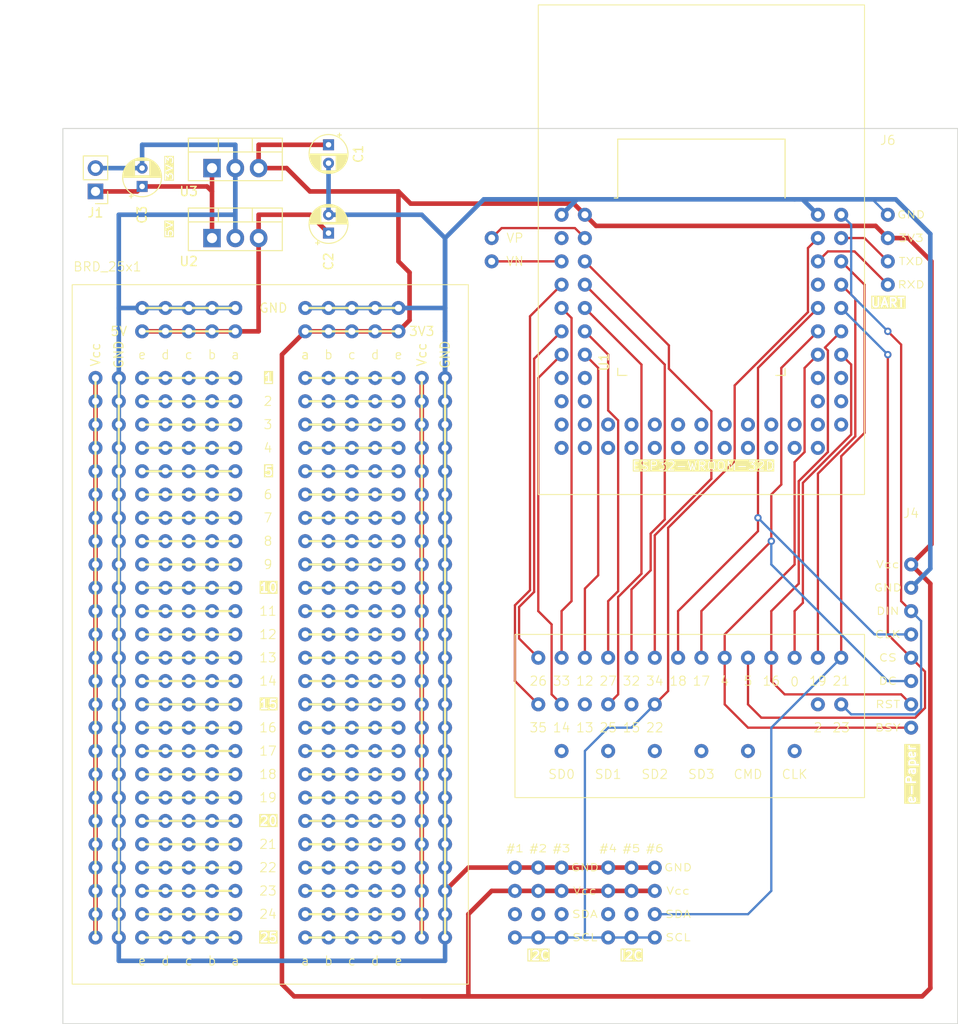
<source format=kicad_pcb>
(kicad_pcb (version 20221018) (generator pcbnew)
  (title_block (title "ESP32-WROOM-32D Automation Board") (date "2024-01-15") (rev "v1.10") (company "CEGEP Heritage College") (comment 1 "Alexander Bobkov"))
  (layers (0 "F.Cu" signal) (31 "B.Cu" signal) (34 "B.Paste" user) (35 "F.Paste" user) (36 "B.SilkS" user "B.Silkscreen") (37 "F.SilkS" user "F.Silkscreen") (38 "B.Mask" user) (39 "F.Mask" user) (44 "Edge.Cuts" user))
  (net 0 "")
  (net 1 "Net-(J1-Pin_1)")
  (net 2 "Net-(J5-IO22)")
  (net 3 "Net-(J5-IO21)")
  (net 4 "Net-(J5-IO4)")
  (net 5 "Net-(J5-IO18)")
  (net 6 "Net-(J5-IO5)")
  (net 7 "Net-(J5-IO17)")
  (net 8 "Net-(J5-IO23)")
  (net 9 "Net-(J5-IO16)")
  (net 10 "Net-(J5-IO34)")
  (net 11 "Net-(J5-IO35)")
  (net 12 "Net-(J5-IO32)")
  (net 13 "Net-(J5-IO33)")
  (net 15 "Net-(J5-IO25)")
  (net 16 "Net-(J5-IO26)")
  (net 17 "+3V3")
  (net 18 "GND")
  (net 19 "+5V")
  (net 20 "unconnected-(BRD_25x1-P-Pad1)")
  (net 21 "unconnected-(BRD_25x1-P-Pad2)")
  (net 22 "unconnected-(BRD_25x1-P-Pad3)")
  (net 23 "unconnected-(BRD_25x1-P-Pad4)")
  (net 24 "unconnected-(BRD_25x1-P-Pad5)")
  (net 25 "unconnected-(BRD_25x1-P-Pad6)")
  (net 26 "unconnected-(BRD_25x1-P-Pad7)")
  (net 27 "unconnected-(BRD_25x1-P-Pad8)")
  (net 28 "unconnected-(BRD_25x1-P-Pad9)")
  (net 29 "unconnected-(BRD_25x1-P-Pad10)")
  (net 30 "unconnected-(BRD_25x1-P-Pad15)")
  (net 31 "unconnected-(BRD_25x1-P-Pad20)")
  (net 32 "unconnected-(BRD_25x1-P-Pad25)")
  (net 33 "unconnected-(BRD_25x1-P-Pad26)")
  (net 34 "unconnected-(BRD_25x1-P-Pad30)")
  (net 35 "unconnected-(BRD_25x1-P-Pad35)")
  (net 36 "unconnected-(BRD_25x1-P-Pad40)")
  (net 37 "unconnected-(BRD_25x1-P-Pad45)")
  (net 38 "unconnected-(BRD_25x1-P-Pad50)")
  (net 39 "unconnected-(BRD_25x1-Vcc-PadVCC)")
  (net 40 "Net-(J5-IO27)")
  (net 41 "Net-(J5-IO14)")
  (net 42 "Net-(J5-IO12)")
  (net 43 "Net-(J5-IO13)")
  (net 44 "Net-(J5-SD2)")
  (net 45 "Net-(J5-SD3)")
  (net 46 "Net-(J5-CMD)")
  (net 47 "Net-(J5-CLK)")
  (net 48 "Net-(J5-SD0)")
  (net 49 "Net-(J5-SD1)")
  (net 50 "Net-(J5-IO15)")
  (net 51 "Net-(J5-IO2)")
  (net 52 "Net-(J5-IO0)")
  (net 53 "Net-(J5-IO19)")
  (net 54 "Net-(J5-EN)")
  (net 55 "Net-(J7-SENSOR_VP)")
  (net 56 "Net-(J7-SENSOR_VN)")
  (net 57 "Net-(U1-RXD0{slash}IO3)")
  (net 58 "Net-(U1-TXD0{slash}IO1)")
  (footprint "Alexander Footprints Library:Conn_I2C_3" (layer "F.Cu") (at 190.5 116.84)
    (fp_text reference "J2" hide)
    (fp_text value "I2C")
  )
  (footprint "Alexander Footprints Library:BreadBoard_25x12" (layer "F.Cu") (at 124.46 137.16)
    (fp_text reference "BRD_25x1")
    (fp_text value "~")
  )
  (footprint "Package_TO_SOT_THT:TO-220-3_Vertical" (layer "F.Cu") (at 147.32 55.88)
    (fp_text reference "U2")
    (fp_text value "LM78M05")
  )
  (footprint "Alexander Footprints Library:Conn_I2C_3" (layer "F.Cu") (at 180.34 116.84)
    (fp_text reference "J3" hide)
    (fp_text value "I2C")
  )
  (footprint "Alexander Footprints Library:Conn_ePaper" (layer "F.Cu") (at 223.52 86.36)
    (fp_text reference "J4")
    (fp_text value "e-Paper")
  )
  (footprint "Alexander Footprints Library:Conn_UART" (layer "F.Cu") (at 220.98 45.72)
    (fp_text reference "J6")
    (fp_text value "UART")
  )
  (footprint "Package_TO_SOT_THT:TO-220-3_Vertical" (layer "F.Cu") (at 147.32 48.26)
    (fp_text reference "U3")
    (fp_text value "LM78M33")
  )
  (footprint "Capacitor_THT:CP_Radial_D4.0mm_P2.00mm" (layer "F.Cu") (at 139.7 50.26 90)
    (fp_text reference "C3")
    (fp_text value "10uF")
  )
  (footprint "Capacitor_THT:CP_Radial_D4.0mm_P2.00mm" (layer "F.Cu") (at 160.02 55.34 90)
    (fp_text reference "C2")
    (fp_text value "10uF")
  )
  (footprint "Alexander Footprints Library:ESP32-WROOM-32D-Interface_2" (layer "F.Cu") (at 198.12 119.38)
    (fp_text reference "J5" hide)
    (fp_text value "~" hide)
  )
  (footprint "Connector_PinHeader_2.54mm:PinHeader_1x02_P2.54mm_Vertical" (layer "F.Cu") (at 134.62 50.8 180)
    (fp_text reference "J1")
    (fp_text value "PWR")
  )
  (footprint "Capacitor_THT:CP_Radial_D4.0mm_P2.00mm" (layer "F.Cu") (at 160.02 45.72 -90)
    (fp_text reference "C1")
    (fp_text value "10uF")
  )
  (footprint "Alexander Footprints Library:ESP32_PADS_VN-VP" (layer "F.Cu") (at 177.8 63.5)
    (fp_text reference "J7" hide)
    (fp_text value "~" hide)
  )
  (footprint "Alexander Footprints Library:ESP32-WROOM-Adapter-Socket" (layer "F.Cu") (at 200.66 60.96)
    (fp_text reference "U1")
    (fp_text value "ESP32-WROOM-32D")
  )
  (gr_rect (start 131.064 43.942) (end 228.6 141.478) (stroke (width 0.1)) (fill none) (layer "Edge.Cuts"))
  (gr_text "5V" (at 142.24 54.9305 90) (layer "F.SilkS" knockout) (effects (font (size 0.75 1) (thickness 0.125)) (justify top)))
  (gr_text "3V3" (at 142.24 48.26 90) (layer "F.SilkS" knockout) (effects (font (size 0.75 1) (thickness 0.125)) (justify top)))
  (segment (start 139.16 50.8) (end 139.7 50.26) (width 0.5) (layer "F.Cu") (net 1))
  (segment (start 147.32 50.8) (end 147.32 48.26) (width 0.5) (layer "F.Cu") (net 1))
  (segment (start 146.78 50.26) (end 139.7 50.26) (width 0.5) (layer "F.Cu") (net 1))
  (segment (start 147.32 55.88) (end 147.32 50.8) (width 0.5) (layer "F.Cu") (net 1))
  (segment (start 134.62 50.8) (end 139.16 50.8) (width 0.5) (layer "F.Cu") (net 1))
  (segment (start 147.32 50.8) (end 146.78 50.26) (width 0.5) (layer "F.Cu") (net 1))
  (segment (start 212.273 63.950604) (end 212.273 56.967) (width 0.25) (layer "F.Cu") (net 2))
  (segment (start 197.033 87.447) (end 204.287 80.193) (width 0.25) (layer "F.Cu") (net 2))
  (segment (start 197.033 105.227) (end 197.033 87.447) (width 0.25) (layer "F.Cu") (net 2))
  (segment (start 212.273 56.967) (end 213.36 55.88) (width 0.25) (layer "F.Cu") (net 2))
  (segment (start 204.287 71.936604) (end 212.273 63.950604) (width 0.25) (layer "F.Cu") (net 2))
  (segment (start 195.58 106.68) (end 197.033 105.227) (width 0.25) (layer "F.Cu") (net 2))
  (segment (start 204.287 80.193) (end 204.287 71.936604) (width 0.25) (layer "F.Cu") (net 2))
  (segment (start 187.96 111.76) (end 187.96 132.08) (width 0.25) (layer "B.Cu") (net 2))
  (segment (start 193.04 109.22) (end 190.5 109.22) (width 0.25) (layer "B.Cu") (net 2))
  (segment (start 195.58 106.68) (end 193.04 109.22) (width 0.25) (layer "B.Cu") (net 2))
  (segment (start 180.34 132.08) (end 187.96 132.08) (width 0.25) (layer "B.Cu") (net 2))
  (segment (start 190.5 109.22) (end 187.96 111.76) (width 0.25) (layer "B.Cu") (net 2))
  (segment (start 187.96 132.08) (end 195.58 132.08) (width 0.25) (layer "B.Cu") (net 2))
  (segment (start 218.44 60.96) (end 215.9 58.42) (width 0.25) (layer "F.Cu") (net 3))
  (segment (start 215.9 79.646439) (end 218.44 77.106439) (width 0.25) (layer "F.Cu") (net 3))
  (segment (start 215.9 101.6) (end 215.9 79.646439) (width 0.25) (layer "F.Cu") (net 3))
  (segment (start 218.44 77.106439) (end 218.44 60.96) (width 0.25) (layer "F.Cu") (net 3))
  (segment (start 215.9 101.6) (end 208.28 109.22) (width 0.25) (layer "B.Cu") (net 3))
  (segment (start 205.74 129.54) (end 195.58 129.54) (width 0.25) (layer "B.Cu") (net 3))
  (segment (start 208.28 109.22) (end 208.28 127) (width 0.25) (layer "B.Cu") (net 3))
  (segment (start 208.28 127) (end 205.74 129.54) (width 0.25) (layer "B.Cu") (net 3))
  (segment (start 203.2 99.06) (end 210.82 91.44) (width 0.25) (layer "F.Cu") (net 4))
  (segment (start 210.82 80.277251) (end 211.907 79.190251) (width 0.25) (layer "F.Cu") (net 4))
  (segment (start 211.907 70.033) (end 213.36 68.58) (width 0.25) (layer "F.Cu") (net 4))
  (segment (start 205.74 109.22) (end 203.2 106.68) (width 0.25) (layer "F.Cu") (net 4))
  (segment (start 203.2 106.68) (end 203.2 101.6) (width 0.25) (layer "F.Cu") (net 4))
  (segment (start 210.82 91.44) (end 210.82 80.277251) (width 0.25) (layer "F.Cu") (net 4))
  (segment (start 203.2 101.6) (end 203.2 99.06) (width 0.25) (layer "F.Cu") (net 4))
  (segment (start 211.907 79.190251) (end 211.907 70.033) (width 0.25) (layer "F.Cu") (net 4))
  (segment (start 223.52 109.22) (end 205.74 109.22) (width 0.25) (layer "F.Cu") (net 4))
  (segment (start 206.827 70.033) (end 213.36 63.5) (width 0.25) (layer "F.Cu") (net 5))
  (segment (start 206.827 86.36) (end 206.827 70.033) (width 0.25) (layer "F.Cu") (net 5))
  (segment (start 206.827 87.813) (end 198.12 96.52) (width 0.25) (layer "F.Cu") (net 5))
  (segment (start 198.12 96.52) (end 198.12 101.6) (width 0.25) (layer "F.Cu") (net 5))
  (segment (start 206.827 86.36) (end 206.827 87.813) (width 0.25) (layer "F.Cu") (net 5))
  (via (at 206.827 86.36) (size 0.8) (drill 0.4) (layers "F.Cu" "B.Cu") (net 5))
  (segment (start 219.527 99.06) (end 223.52 99.06) (width 0.25) (layer "B.Cu") (net 5))
  (segment (start 206.827 86.36) (end 219.527 99.06) (width 0.25) (layer "B.Cu") (net 5))
  (segment (start 223.970251 108.133) (end 225.035 107.068251) (width 0.25) (layer "F.Cu") (net 6))
  (segment (start 223.52 101.6) (end 220.98 99.06) (width 0.25) (layer "F.Cu") (net 6))
  (segment (start 225.035 107.068251) (end 225.035 103.115) (width 0.25) (layer "F.Cu") (net 6))
  (segment (start 205.74 101.6) (end 205.74 106.68) (width 0.25) (layer "F.Cu") (net 6))
  (segment (start 207.193 108.133) (end 223.970251 108.133) (width 0.25) (layer "F.Cu") (net 6))
  (segment (start 225.035 103.115) (end 223.52 101.6) (width 0.25) (layer "F.Cu") (net 6))
  (segment (start 220.98 99.06) (end 220.98 68.58) (width 0.25) (layer "F.Cu") (net 6))
  (segment (start 205.74 106.68) (end 207.193 108.133) (width 0.25) (layer "F.Cu") (net 6))
  (via (at 220.98 68.58) (size 0.8) (drill 0.4) (layers "F.Cu" "B.Cu") (net 6))
  (segment (start 220.98 68.58) (end 215.9 63.5) (width 0.25) (layer "B.Cu") (net 6))
  (segment (start 209.367 82.733) (end 209.367 70.033) (width 0.25) (layer "F.Cu") (net 7))
  (segment (start 208.28 88.9) (end 208.28 83.82) (width 0.25) (layer "F.Cu") (net 7))
  (segment (start 209.367 70.033) (end 213.36 66.04) (width 0.25) (layer "F.Cu") (net 7))
  (segment (start 208.28 88.9) (end 200.66 96.52) (width 0.25) (layer "F.Cu") (net 7))
  (segment (start 200.66 96.52) (end 200.66 101.6) (width 0.25) (layer "F.Cu") (net 7))
  (segment (start 208.28 83.82) (end 209.367 82.733) (width 0.25) (layer "F.Cu") (net 7))
  (via (at 208.28 88.9) (size 0.8) (drill 0.4) (layers "F.Cu" "B.Cu") (net 7))
  (segment (start 208.28 91.44) (end 220.98 104.14) (width 0.25) (layer "B.Cu") (net 7))
  (segment (start 208.28 88.9) (end 208.28 91.44) (width 0.25) (layer "B.Cu") (net 7))
  (segment (start 220.98 104.14) (end 223.52 104.14) (width 0.25) (layer "B.Cu") (net 7))
  (segment (start 222.433 67.493) (end 222.433 95.433) (width 0.25) (layer "F.Cu") (net 8))
  (segment (start 222.433 95.433) (end 223.52 96.52) (width 0.25) (layer "F.Cu") (net 8))
  (segment (start 220.98 66.04) (end 222.433 67.493) (width 0.25) (layer "F.Cu") (net 8))
  (via (at 220.98 66.04) (size 0.8) (drill 0.4) (layers "F.Cu" "B.Cu") (net 8))
  (segment (start 215.9 106.68) (end 216.987 107.767) (width 0.25) (layer "B.Cu") (net 8))
  (segment (start 220.98 66.04) (end 216.987 62.047) (width 0.25) (layer "B.Cu") (net 8))
  (segment (start 216.987 62.047) (end 216.987 54.427) (width 0.25) (layer "B.Cu") (net 8))
  (segment (start 223.970251 107.767) (end 224.607 107.130251) (width 0.25) (layer "B.Cu") (net 8))
  (segment (start 216.987 54.427) (end 215.9 53.34) (width 0.25) (layer "B.Cu") (net 8))
  (segment (start 216.987 107.767) (end 223.970251 107.767) (width 0.25) (layer "B.Cu") (net 8))
  (segment (start 224.607 97.607) (end 223.52 96.52) (width 0.25) (layer "B.Cu") (net 8))
  (segment (start 224.607 107.130251) (end 224.607 97.607) (width 0.25) (layer "B.Cu") (net 8))
  (segment (start 208.28 96.52) (end 211.27 93.53) (width 0.25) (layer "F.Cu") (net 9))
  (segment (start 214.128626 67.811374) (end 215.9 66.04) (width 0.25) (layer "F.Cu") (net 9))
  (segment (start 214.447 68.129749) (end 214.128626 67.811374) (width 0.25) (layer "F.Cu") (net 9))
  (segment (start 208.28 101.6) (end 208.28 96.52) (width 0.25) (layer "F.Cu") (net 9))
  (segment (start 211.27 93.53) (end 211.27 82.367251) (width 0.25) (layer "F.Cu") (net 9))
  (segment (start 222.433 105.593) (end 209.733 105.593) (width 0.25) (layer "F.Cu") (net 9))
  (segment (start 209.733 105.593) (end 208.28 104.14) (width 0.25) (layer "F.Cu") (net 9))
  (segment (start 214.447 79.190251) (end 214.447 68.129749) (width 0.25) (layer "F.Cu") (net 9))
  (segment (start 223.52 106.68) (end 222.433 105.593) (width 0.25) (layer "F.Cu") (net 9))
  (segment (start 208.28 104.14) (end 208.28 101.6) (width 0.25) (layer "F.Cu") (net 9))
  (segment (start 211.27 82.367251) (end 214.447 79.190251) (width 0.25) (layer "F.Cu") (net 9))
  (segment (start 201.747 82.096604) (end 201.747 74.747) (width 0.25) (layer "F.Cu") (net 10))
  (segment (start 195.58 88.263604) (end 201.747 82.096604) (width 0.25) (layer "F.Cu") (net 10))
  (segment (start 197.117 67.577) (end 187.96 58.42) (width 0.25) (layer "F.Cu") (net 10))
  (segment (start 197.117 70.117) (end 197.117 67.577) (width 0.25) (layer "F.Cu") (net 10))
  (segment (start 195.58 101.6) (end 195.58 88.263604) (width 0.25) (layer "F.Cu") (net 10))
  (segment (start 201.747 74.747) (end 197.117 70.117) (width 0.25) (layer "F.Cu") (net 10))
  (segment (start 180.34 104.14) (end 180.34 95.883604) (width 0.25) (layer "F.Cu") (net 11))
  (segment (start 180.34 95.883604) (end 181.98 94.243604) (width 0.25) (layer "F.Cu") (net 11))
  (segment (start 181.98 94.243604) (end 181.98 64.4) (width 0.25) (layer "F.Cu") (net 11))
  (segment (start 181.98 64.4) (end 185.42 60.96) (width 0.25) (layer "F.Cu") (net 11))
  (segment (start 182.88 106.68) (end 180.34 104.14) (width 0.25) (layer "F.Cu") (net 11))
  (segment (start 196.667 86.540208) (end 196.667 69.667) (width 0.25) (layer "F.Cu") (net 12))
  (segment (start 195.13 92.076396) (end 195.13 88.077208) (width 0.25) (layer "F.Cu") (net 12))
  (segment (start 193.04 94.166396) (end 195.13 92.076396) (width 0.25) (layer "F.Cu") (net 12))
  (segment (start 193.04 101.6) (end 193.04 94.166396) (width 0.25) (layer "F.Cu") (net 12))
  (segment (start 196.667 69.667) (end 187.96 60.96) (width 0.25) (layer "F.Cu") (net 12))
  (segment (start 195.13 88.077208) (end 196.667 86.540208) (width 0.25) (layer "F.Cu") (net 12))
  (segment (start 186.507 64.587) (end 185.42 63.5) (width 0.25) (layer "F.Cu") (net 13))
  (segment (start 186.507 95.433) (end 186.507 64.587) (width 0.25) (layer "F.Cu") (net 13))
  (segment (start 185.42 96.52) (end 186.507 95.433) (width 0.25) (layer "F.Cu") (net 13))
  (segment (start 185.42 101.6) (end 185.42 96.52) (width 0.25) (layer "F.Cu") (net 13))
  (segment (start 191.587 94.983) (end 194.127 92.443) (width 0.25) (layer "F.Cu") (net 15))
  (segment (start 191.587 105.593) (end 191.587 94.983) (width 0.25) (layer "F.Cu") (net 15))
  (segment (start 190.5 106.68) (end 191.587 105.593) (width 0.25) (layer "F.Cu") (net 15))
  (segment (start 194.127 92.443) (end 194.127 69.667) (width 0.25) (layer "F.Cu") (net 15))
  (segment (start 194.127 69.667) (end 187.96 63.5) (width 0.25) (layer "F.Cu") (net 15))
  (segment (start 182.43 94.43) (end 182.43 69.03) (width 0.25) (layer "F.Cu") (net 16))
  (segment (start 180.79 96.07) (end 182.43 94.43) (width 0.25) (layer "F.Cu") (net 16))
  (segment (start 182.43 69.03) (end 185.42 66.04) (width 0.25) (layer "F.Cu") (net 16))
  (segment (start 182.88 101.6) (end 180.79 99.51) (width 0.25) (layer "F.Cu") (net 16))
  (segment (start 180.79 99.51) (end 180.79 96.07) (width 0.25) (layer "F.Cu") (net 16))
  (segment (start 175.26 138.488) (end 175.26 129.54) (width 0.5) (layer "F.Cu") (net 17))
  (segment (start 152.4 48.26) (end 152.4 45.72) (width 0.5) (layer "F.Cu") (net 17))
  (segment (start 155.45 48.26) (end 157.99 50.8) (width 0.5) (layer "F.Cu") (net 17))
  (segment (start 175.26 138.488) (end 224.732 138.488) (width 0.5) (layer "F.Cu") (net 17))
  (segment (start 223.195 55.88) (end 225.735 58.42) (width 0.5) (layer "F.Cu") (net 17))
  (segment (start 157.48 66.04) (end 154.94 68.58) (width 0.5) (layer "F.Cu") (net 17))
  (segment (start 189.172 54.552) (end 219.652 54.552) (width 0.5) (layer "F.Cu") (net 17))
  (segment (start 167.64 58.42) (end 168.852 59.632) (width 0.5) (layer "F.Cu") (net 17))
  (segment (start 225.735 89.225) (end 225.735 58.42) (width 0.5) (layer "F.Cu") (net 17))
  (segment (start 168.852 64.828) (end 167.64 66.04) (width 0.5) (layer "F.Cu") (net 17))
  (segment (start 219.652 54.552) (end 220.98 55.88) (width 0.5) (layer "F.Cu") (net 17))
  (segment (start 175.26 129.54) (end 177.8 127) (width 0.5) (layer "F.Cu") (net 17))
  (segment (start 186.748 52.128) (end 187.96 53.34) (width 0.5) (layer "F.Cu") (net 17))
  (segment (start 225.61 137.61) (end 225.61 93.53) (width 0.5) (layer "F.Cu") (net 17))
  (segment (start 220.98 55.88) (end 223.195 55.88) (width 0.5) (layer "F.Cu") (net 17))
  (segment (start 154.94 137.16) (end 156.268 138.488) (width 0.5) (layer "F.Cu") (net 17))
  (segment (start 167.64 50.8) (end 167.64 58.42) (width 0.5) (layer "F.Cu") (net 17))
  (segment (start 156.268 138.488) (end 175.26 138.488) (width 0.5) (layer "F.Cu") (net 17))
  (segment (start 167.64 50.8) (end 168.968 52.128) (width 0.5) (layer "F.Cu") (net 17))
  (segment (start 168.852 59.632) (end 168.852 64.828) (width 0.5) (layer "F.Cu") (net 17))
  (segment (start 225.735 137.485) (end 224.607 138.613) (width 0.25) (layer "F.Cu") (net 17))
  (segment (start 157.99 50.8) (end 167.64 50.8) (width 0.5) (layer "F.Cu") (net 17))
  (segment (start 168.968 52.128) (end 186.748 52.128) (width 0.5) (layer "F.Cu") (net 17))
  (segment (start 152.91 48.77) (end 152.4 48.26) (width 0.5) (layer "F.Cu") (net 17))
  (segment (start 225.61 93.53) (end 223.52 91.44) (width 0.5) (layer "F.Cu") (net 17))
  (segment (start 195.58 138.613) (end 170.18 138.613) (width 0.25) (layer "F.Cu") (net 17))
  (segment (start 177.8 127) (end 195.58 127) (width 0.5) (layer "F.Cu") (net 17))
  (segment (start 223.52 91.44) (end 225.735 89.225) (width 0.5) (layer "F.Cu") (net 17))
  (segment (start 154.94 68.58) (end 154.94 137.16) (width 0.5) (layer "F.Cu") (net 17))
  (segment (start 224.607 138.613) (end 195.58 138.613) (width 0.25) (layer "F.Cu") (net 17))
  (segment (start 224.732 138.488) (end 225.61 137.61) (width 0.5) (layer "F.Cu") (net 17))
  (segment (start 187.96 53.34) (end 189.172 54.552) (width 0.5) (layer "F.Cu") (net 17))
  (segment (start 152.4 45.72) (end 160.02 45.72) (width 0.5) (layer "F.Cu") (net 17))
  (segment (start 157.48 66.04) (end 167.64 66.04) (width 0.5) (layer "F.Cu") (net 17))
  (segment (start 152.4 48.26) (end 155.45 48.26) (width 0.5) (layer "F.Cu") (net 17))
  (segment (start 195.58 124.46) (end 175.26 124.46) (width 0.5) (layer "F.Cu") (net 18))
  (segment (start 175.26 124.46) (end 172.72 127) (width 0.5) (layer "F.Cu") (net 18))
  (segment (start 160.02 53.34) (end 160.02 47.72) (width 0.5) (layer "B.Cu") (net 18))
  (segment (start 137.16 66.04) (end 137.16 71.12) (width 0.5) (layer "B.Cu") (net 18))
  (segment (start 213.36 53.34) (end 211.68 51.66) (width 0.5) (layer "B.Cu") (net 18))
  (segment (start 149.86 63.5) (end 139.7 63.5) (width 0.5) (layer "B.Cu") (net 18))
  (segment (start 176.94 51.66) (end 187.1 51.66) (width 0.5) (layer "B.Cu") (net 18))
  (segment (start 139.7 48.26) (end 139.7 45.72) (width 0.5) (layer "B.Cu") (net 18))
  (segment (start 149.86 53.34) (end 137.16 53.34) (width 0.5) (layer "B.Cu") (net 18))
  (segment (start 185.42 53.34) (end 187.1 51.66) (width 0.5) (layer "B.Cu") (net 18))
  (segment (start 172.72 55.88) (end 176.94 51.66) (width 0.5) (layer "B.Cu") (net 18))
  (segment (start 219.3 51.66) (end 218.44 51.66) (width 0.25) (layer "B.Cu") (net 18))
  (segment (start 137.16 53.34) (end 137.16 63.5) (width 0.5) (layer "B.Cu") (net 18))
  (segment (start 149.86 45.72) (end 149.86 48.26) (width 0.5) (layer "B.Cu") (net 18))
  (segment (start 149.86 48.26) (end 149.86 55.88) (width 0.5) (layer "B.Cu") (net 18))
  (segment (start 218.44 51.66) (end 221.84 51.66) (width 0.5) (layer "B.Cu") (net 18))
  (segment (start 170.18 53.34) (end 172.72 55.88) (width 0.5) (layer "B.Cu") (net 18))
  (segment (start 137.16 132.08) (end 137.16 134.62) (width 0.5) (layer "B.Cu") (net 18))
  (segment (start 172.72 63.5) (end 157.48 63.5) (width 0.5) (layer "B.Cu") (net 18))
  (segment (start 221.84 51.66) (end 225.61 55.43) (width 0.5) (layer "B.Cu") (net 18))
  (segment (start 172.72 134.62) (end 172.72 132.08) (width 0.5) (layer "B.Cu") (net 18))
  (segment (start 225.61 55.43) (end 225.61 91.89) (width 0.5) (layer "B.Cu") (net 18))
  (segment (start 139.7 63.5) (end 137.16 63.5) (width 0.5) (layer "B.Cu") (net 18))
  (segment (start 172.72 71.12) (end 172.72 66.04) (width 0.5) (layer "B.Cu") (net 18))
  (segment (start 149.86 50.8) (end 149.86 48.26) (width 0.5) (layer "B.Cu") (net 18))
  (segment (start 160.02 53.34) (end 170.18 53.34) (width 0.5) (layer "B.Cu") (net 18))
  (segment (start 149.86 48.26) (end 149.86 53.34) (width 0.5) (layer "B.Cu") (net 18))
  (segment (start 172.72 55.88) (end 172.72 71.12) (width 0.5) (layer "B.Cu") (net 18))
  (segment (start 220.98 53.34) (end 219.3 51.66) (width 0.25) (layer "B.Cu") (net 18))
  (segment (start 134.62 48.26) (end 139.7 48.26) (width 0.5) (layer "B.Cu") (net 18))
  (segment (start 172.72 132.08) (end 172.72 71.12) (width 0.5) (layer "B.Cu") (net 18))
  (segment (start 172.72 63.5) (end 172.72 55.88) (width 0.5) (layer "B.Cu") (net 18))
  (segment (start 225.61 91.89) (end 223.52 93.98) (width 0.5) (layer "B.Cu") (net 18))
  (segment (start 211.68 51.66) (end 210.82 51.66) (width 0.25) (layer "B.Cu") (net 18))
  (segment (start 139.7 45.72) (end 149.86 45.72) (width 0.5) (layer "B.Cu") (net 18))
  (segment (start 137.16 134.62) (end 172.72 134.62) (width 0.5) (layer "B.Cu") (net 18))
  (segment (start 187.1 51.66) (end 210.82 51.66) (width 0.5) (layer "B.Cu") (net 18))
  (segment (start 137.16 63.5) (end 137.16 66.04) (width 0.5) (layer "B.Cu") (net 18))
  (segment (start 137.16 71.12) (end 137.16 132.08) (width 0.5) (layer "B.Cu") (net 18))
  (segment (start 210.82 51.66) (end 218.44 51.66) (width 0.5) (layer "B.Cu") (net 18))
  (segment (start 172.72 66.04) (end 172.72 63.5) (width 0.5) (layer "B.Cu") (net 18))
  (segment (start 152.4 55.88) (end 152.4 66.04) (width 0.5) (layer "F.Cu") (net 19))
  (segment (start 152.4 55.88) (end 152.4 53.34) (width 0.5) (layer "F.Cu") (net 19))
  (segment (start 139.7 66.04) (end 149.86 66.04) (width 0.5) (layer "F.Cu") (net 19))
  (segment (start 152.4 66.04) (end 149.86 66.04) (width 0.5) (layer "F.Cu") (net 19))
  (segment (start 158.02 53.34) (end 160.02 55.34) (width 0.5) (layer "F.Cu") (net 19))
  (segment (start 152.4 53.34) (end 158.02 53.34) (width 0.5) (layer "F.Cu") (net 19))
  (segment (start 157.48 71.12) (end 167.64 71.12) (width 0.25) (layer "B.Cu") (net 20))
  (segment (start 167.64 73.66) (end 157.48 73.66) (width 0.25) (layer "B.Cu") (net 21))
  (segment (start 157.48 76.2) (end 167.64 76.2) (width 0.25) (layer "B.Cu") (net 22))
  (segment (start 157.48 78.74) (end 167.64 78.74) (width 0.25) (layer "B.Cu") (net 23))
  (segment (start 157.48 81.28) (end 167.64 81.28) (width 0.25) (layer "B.Cu") (net 24))
  (segment (start 157.48 83.82) (end 167.64 83.82) (width 0.25) (layer "B.Cu") (net 25))
  (segment (start 157.48 86.36) (end 167.64 86.36) (width 0.25) (layer "B.Cu") (net 26))
  (segment (start 157.48 88.9) (end 167.64 88.9) (width 0.25) (layer "B.Cu") (net 27))
  (segment (start 157.48 91.44) (end 167.64 91.44) (width 0.25) (layer "B.Cu") (net 28))
  (segment (start 157.48 93.98) (end 167.64 93.98) (width 0.25) (layer "B.Cu") (net 29))
  (segment (start 157.48 106.68) (end 167.64 106.68) (width 0.25) (layer "B.Cu") (net 30))
  (segment (start 157.48 119.38) (end 167.64 119.38) (width 0.25) (layer "B.Cu") (net 31))
  (segment (start 157.48 132.08) (end 167.64 132.08) (width 0.25) (layer "B.Cu") (net 32))
  (segment (start 139.7 71.12) (end 149.86 71.12) (width 0.25) (layer "B.Cu") (net 33))
  (segment (start 139.7 81.28) (end 149.86 81.28) (width 0.25) (layer "B.Cu") (net 34))
  (segment (start 149.86 93.98) (end 139.7 93.98) (width 0.25) (layer "B.Cu") (net 35))
  (segment (start 139.7 106.68) (end 149.86 106.68) (width 0.25) (layer "B.Cu") (net 36))
  (segment (start 139.7 119.38) (end 149.86 119.38) (width 0.25) (layer "B.Cu") (net 37))
  (segment (start 139.7 132.08) (end 149.86 132.08) (width 0.25) (layer "B.Cu") (net 38))
  (segment (start 170.18 71.12) (end 170.18 132.08) (width 0.5) (layer "F.Cu") (net 39))
  (segment (start 134.62 71.12) (end 134.62 132.08) (width 0.5) (layer "F.Cu") (net 39))
  (segment (start 190.5 101.6) (end 190.5 95.433604) (width 0.25) (layer "F.Cu") (net 40))
  (segment (start 191.587 75.749749) (end 190.5 74.662749) (width 0.25) (layer "F.Cu") (net 40))
  (segment (start 190.5 74.662749) (end 190.5 68.58) (width 0.25) (layer "F.Cu") (net 40))
  (segment (start 190.5 95.433604) (end 191.587 94.346604) (width 0.25) (layer "F.Cu") (net 40))
  (segment (start 190.5 68.58) (end 187.96 66.04) (width 0.25) (layer "F.Cu") (net 40))
  (segment (start 191.587 94.346604) (end 191.587 75.749749) (width 0.25) (layer "F.Cu") (net 40))
  (segment (start 185.42 106.68) (end 184.333 105.593) (width 0.25) (layer "F.Cu") (net 41))
  (segment (start 182.88 96.52) (end 182.88 71.12) (width 0.25) (layer "F.Cu") (net 41))
  (segment (start 182.88 71.12) (end 185.42 68.58) (width 0.25) (layer "F.Cu") (net 41))
  (segment (start 184.333 105.593) (end 184.333 97.973) (width 0.25) (layer "F.Cu") (net 41))
  (segment (start 184.333 97.973) (end 182.88 96.52) (width 0.25) (layer "F.Cu") (net 41))
  (segment (start 189.413 92.6185) (end 189.413 70.033) (width 0.25) (layer "F.Cu") (net 42))
  (segment (start 189.413 70.033) (end 187.96 68.58) (width 0.25) (layer "F.Cu") (net 42))
  (segment (start 187.96 94.0715) (end 189.413 92.6185) (width 0.25) (layer "F.Cu") (net 42))
  (segment (start 187.96 101.6) (end 187.96 94.0715) (width 0.25) (layer "F.Cu") (net 42))
  (segment (start 210.82 96.52) (end 211.72 95.62) (width 0.25) (layer "F.Cu") (net 52))
  (segment (start 216.987 77.286647) (end 216.987 69.667) (width 0.25) (layer "F.Cu") (net 52))
  (segment (start 211.72 95.62) (end 211.72 82.553647) (width 0.25) (layer "F.Cu") (net 52))
  (segment (start 210.82 101.6) (end 210.82 96.52) (width 0.25) (layer "F.Cu") (net 52))
  (segment (start 216.987 69.667) (end 215.9 68.58) (width 0.25) (layer "F.Cu") (net 52))
  (segment (start 211.72 82.553647) (end 216.987 77.286647) (width 0.25) (layer "F.Cu") (net 52))
  (segment (start 213.36 101.6) (end 213.36 81.550043) (width 0.25) (layer "F.Cu") (net 53))
  (segment (start 217.437 77.473043) (end 217.437 62.497) (width 0.25) (layer "F.Cu") (net 53))
  (segment (start 217.437 62.497) (end 215.9 60.96) (width 0.25) (layer "F.Cu") (net 53))
  (segment (start 213.36 81.550043) (end 217.437 77.473043) (width 0.25) (layer "F.Cu") (net 53))
  (segment (start 177.8 55.88) (end 178.887 54.793) (width 0.25) (layer "F.Cu") (net 55))
  (segment (start 186.873 54.793) (end 187.96 55.88) (width 0.25) (layer "F.Cu") (net 55))
  (segment (start 178.887 54.793) (end 186.873 54.793) (width 0.25) (layer "F.Cu") (net 55))
  (segment (start 177.8 58.42) (end 185.42 58.42) (width 0.25) (layer "F.Cu") (net 56))
  (segment (start 217.353 57.333) (end 214.447 57.333) (width 0.25) (layer "F.Cu") (net 57))
  (segment (start 214.447 57.333) (end 213.36 58.42) (width 0.25) (layer "F.Cu") (net 57))
  (segment (start 220.98 60.96) (end 217.353 57.333) (width 0.25) (layer "F.Cu") (net 57))
  (segment (start 218.44 55.88) (end 215.9 55.88) (width 0.25) (layer "F.Cu") (net 58))
  (segment (start 220.98 58.42) (end 218.44 55.88) (width 0.25) (layer "F.Cu") (net 58))
)
</source>
